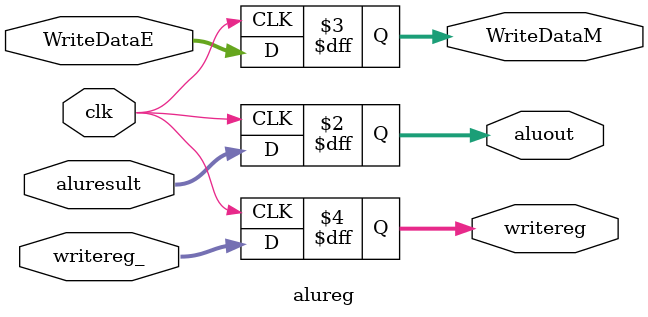
<source format=v>
module alureg(input clk, 
              input [31:0] aluresult,
              input [31:0] WriteDataE,
              input [4:0] writereg_,
              output reg [31:0] aluout,
              output reg [31:0] WriteDataM,
              output reg [4:0] writereg);

always @ (posedge clk)
begin
    aluout <= aluresult;
    WriteDataM <= WriteDataE;
    writereg <= writereg_;
end

endmodule

</source>
